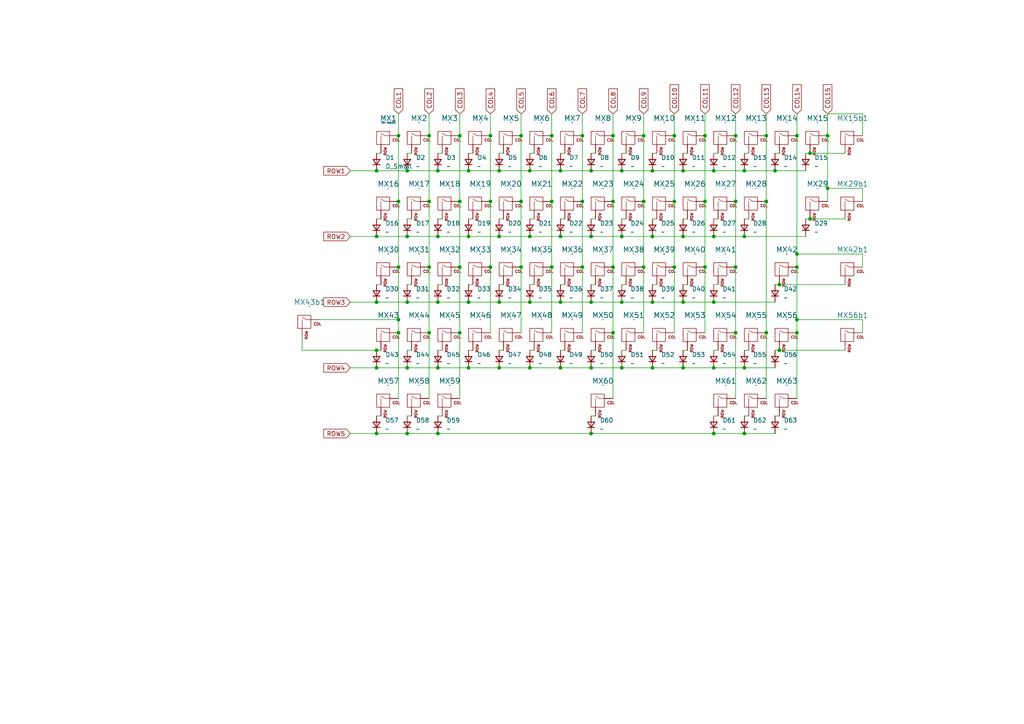
<source format=kicad_sch>
(kicad_sch (version 20211123) (generator eeschema)
  (paper "A4")
  (lib_symbols
    (symbol "Device:D_Small" (pin_numbers hide) (pin_names (offset 0.254) hide)
      (property "Reference" "D" (at -1.27 2.032 0))
      (property "Value" "D_Small" (at -3.81 -2.032 0))
      (symbol "D_Small_0_1"
        (polyline (pts (xy -0.762 -1.016) (xy -0.762 1.016)) (stroke (width 0.254)))
        (polyline (pts (xy -0.762 0) (xy 0.762 0)))
        (polyline (pts (xy 0.762 -1.016) (xy -0.762 0) (xy 0.762 1.016) (xy 0.762 -1.016)) (stroke (width 0.254)))
      )
      (symbol "D_Small_1_1"
        (pin passive line (at -2.54 0 0) (length 1.778) (name "K") (number "1"))
        (pin passive line (at 2.54 0 180) (length 1.778) (name "A") (number "2"))
      )
    )
    (symbol "MX_Alps_Hybrid:MX-NoLED" (pin_names (offset 1.016))
      (property "Reference" "MX" (at -0.635 3.81 0))
      (property "Value" "MX-NoLED" (at -0.635 1.27 0))
      (symbol "MX-NoLED_0_0"
        (rectangle (start -2.54 2.54) (end 1.27 -1.27))
        (polyline (pts (xy -1.27 -1.27) (xy -1.27 1.27)) (stroke (width 0.127)))
        (polyline (pts (xy 1.27 1.27) (xy 0 1.27) (xy -1.27 1.905)) (stroke (width 0.127)))
        (text "COL" (at 3.175 0 0) (effects (font (size 0.762 0.762))))
        (text "ROW" (at 0 -1.905 900) (effects (font (size 0.762 0.762)) (justify right)))
      )
      (symbol "MX-NoLED_1_1"
        (pin passive line (at 3.81 1.27 180) (length 2.54) (name "COL") (number "1"))
        (pin passive line (at -1.27 -3.81 90) (length 2.54) (name "ROW") (number "2"))
      )
    )
  )
  (junction (at 124.46 77.47))
  (junction (at 171.45 49.53))
  (junction (at 198.12 87.63))
  (junction (at 153.67 106.68))
  (junction (at 213.36 39.37))
  (junction (at 213.36 96.52))
  (junction (at 142.24 39.37))
  (junction (at 171.45 68.58))
  (junction (at 231.14 96.52))
  (junction (at 213.36 58.42))
  (junction (at 195.58 58.42))
  (junction (at 144.78 49.53))
  (junction (at 162.56 68.58))
  (junction (at 127 68.58))
  (junction (at 135.89 87.63))
  (junction (at 180.34 106.68))
  (junction (at 115.57 96.52))
  (junction (at 124.46 96.52))
  (junction (at 198.12 106.68))
  (junction (at 186.69 39.37))
  (junction (at 144.78 68.58))
  (junction (at 115.57 58.42))
  (junction (at 153.67 68.58))
  (junction (at 115.57 77.47))
  (junction (at 207.01 106.68))
  (junction (at 231.14 39.37))
  (junction (at 109.22 101.6))
  (junction (at 189.23 49.53))
  (junction (at 144.78 87.63))
  (junction (at 171.45 87.63))
  (junction (at 231.14 77.47))
  (junction (at 224.79 49.53))
  (junction (at 133.35 96.52))
  (junction (at 198.12 68.58))
  (junction (at 127 125.73))
  (junction (at 124.46 58.42))
  (junction (at 215.9 125.73))
  (junction (at 133.35 77.47))
  (junction (at 180.34 87.63))
  (junction (at 189.23 68.58))
  (junction (at 109.22 106.68))
  (junction (at 222.25 58.42))
  (junction (at 109.22 68.58))
  (junction (at 162.56 106.68))
  (junction (at 127 106.68))
  (junction (at 222.25 96.52))
  (junction (at 115.57 92.71))
  (junction (at 135.89 49.53))
  (junction (at 240.03 54.61))
  (junction (at 118.11 49.53))
  (junction (at 160.02 58.42))
  (junction (at 162.56 49.53))
  (junction (at 160.02 77.47))
  (junction (at 177.8 77.47))
  (junction (at 109.22 125.73))
  (junction (at 207.01 87.63))
  (junction (at 189.23 106.68))
  (junction (at 135.89 106.68))
  (junction (at 127 87.63))
  (junction (at 226.06 101.6))
  (junction (at 135.89 68.58))
  (junction (at 118.11 106.68))
  (junction (at 115.57 39.37))
  (junction (at 204.47 39.37))
  (junction (at 207.01 68.58))
  (junction (at 213.36 77.47))
  (junction (at 168.91 77.47))
  (junction (at 186.69 58.42))
  (junction (at 207.01 49.53))
  (junction (at 180.34 49.53))
  (junction (at 109.22 49.53))
  (junction (at 177.8 39.37))
  (junction (at 153.67 49.53))
  (junction (at 180.34 68.58))
  (junction (at 234.95 44.45))
  (junction (at 127 49.53))
  (junction (at 153.67 87.63))
  (junction (at 168.91 58.42))
  (junction (at 215.9 106.68))
  (junction (at 160.02 39.37))
  (junction (at 204.47 77.47))
  (junction (at 189.23 87.63))
  (junction (at 151.13 58.42))
  (junction (at 144.78 106.68))
  (junction (at 118.11 87.63))
  (junction (at 151.13 39.37))
  (junction (at 207.01 125.73))
  (junction (at 177.8 96.52))
  (junction (at 142.24 77.47))
  (junction (at 204.47 58.42))
  (junction (at 133.35 58.42))
  (junction (at 226.06 82.55))
  (junction (at 215.9 68.58))
  (junction (at 118.11 125.73))
  (junction (at 118.11 68.58))
  (junction (at 215.9 49.53))
  (junction (at 168.91 39.37))
  (junction (at 177.8 58.42))
  (junction (at 222.25 39.37))
  (junction (at 171.45 106.68))
  (junction (at 231.14 92.71))
  (junction (at 151.13 77.47))
  (junction (at 142.24 58.42))
  (junction (at 195.58 39.37))
  (junction (at 186.69 77.47))
  (junction (at 124.46 39.37))
  (junction (at 162.56 87.63))
  (junction (at 240.03 39.37))
  (junction (at 234.95 63.5))
  (junction (at 195.58 77.47))
  (junction (at 133.35 39.37))
  (junction (at 109.22 87.63))
  (junction (at 231.14 73.66))
  (junction (at 171.45 125.73))
  (junction (at 198.12 49.53))
  (wire (pts (xy 171.45 87.63) (xy 180.34 87.63)))
  (wire (pts (xy 144.78 101.6) (xy 146.05 101.6)))
  (wire (pts (xy 231.14 73.66) (xy 231.14 77.47)))
  (wire (pts (xy 109.22 106.68) (xy 118.11 106.68)))
  (wire (pts (xy 186.69 77.47) (xy 186.69 96.52)))
  (wire (pts (xy 177.8 39.37) (xy 177.8 58.42)))
  (wire (pts (xy 207.01 120.65) (xy 208.28 120.65)))
  (wire (pts (xy 204.47 77.47) (xy 204.47 96.52)))
  (wire (pts (xy 135.89 63.5) (xy 137.16 63.5)))
  (wire (pts (xy 162.56 44.45) (xy 163.83 44.45)))
  (wire (pts (xy 171.45 44.45) (xy 172.72 44.45)))
  (wire (pts (xy 124.46 96.52) (xy 124.46 115.57)))
  (wire (pts (xy 177.8 33.02) (xy 177.8 39.37)))
  (wire (pts (xy 135.89 68.58) (xy 144.78 68.58)))
  (wire (pts (xy 186.69 33.02) (xy 186.69 39.37)))
  (wire (pts (xy 124.46 77.47) (xy 124.46 96.52)))
  (wire (pts (xy 171.45 101.6) (xy 172.72 101.6)))
  (wire (pts (xy 213.36 33.02) (xy 213.36 39.37)))
  (wire (pts (xy 207.01 68.58) (xy 215.9 68.58)))
  (wire (pts (xy 168.91 39.37) (xy 168.91 58.42)))
  (wire (pts (xy 224.79 49.53) (xy 233.68 49.53)))
  (wire (pts (xy 224.79 120.65) (xy 226.06 120.65)))
  (wire (pts (xy 109.22 125.73) (xy 118.11 125.73)))
  (wire (pts (xy 127 120.65) (xy 128.27 120.65)))
  (wire (pts (xy 189.23 87.63) (xy 198.12 87.63)))
  (wire (pts (xy 160.02 77.47) (xy 160.02 96.52)))
  (wire (pts (xy 198.12 87.63) (xy 207.01 87.63)))
  (wire (pts (xy 133.35 77.47) (xy 133.35 96.52)))
  (wire (pts (xy 118.11 44.45) (xy 119.38 44.45)))
  (wire (pts (xy 177.8 58.42) (xy 177.8 77.47)))
  (wire (pts (xy 189.23 63.5) (xy 190.5 63.5)))
  (wire (pts (xy 198.12 63.5) (xy 199.39 63.5)))
  (wire (pts (xy 171.45 82.55) (xy 172.72 82.55)))
  (wire (pts (xy 127 101.6) (xy 128.27 101.6)))
  (wire (pts (xy 118.11 120.65) (xy 119.38 120.65)))
  (wire (pts (xy 222.25 39.37) (xy 222.25 58.42)))
  (wire (pts (xy 142.24 58.42) (xy 142.24 77.47)))
  (wire (pts (xy 180.34 63.5) (xy 181.61 63.5)))
  (wire (pts (xy 189.23 49.53) (xy 198.12 49.53)))
  (wire (pts (xy 224.79 44.45) (xy 226.06 44.45)))
  (wire (pts (xy 101.6 49.53) (xy 109.22 49.53)))
  (wire (pts (xy 162.56 63.5) (xy 163.83 63.5)))
  (wire (pts (xy 144.78 87.63) (xy 153.67 87.63)))
  (wire (pts (xy 115.57 58.42) (xy 115.57 77.47)))
  (wire (pts (xy 189.23 82.55) (xy 190.5 82.55)))
  (wire (pts (xy 115.57 92.71) (xy 115.57 96.52)))
  (wire (pts (xy 189.23 106.68) (xy 198.12 106.68)))
  (wire (pts (xy 153.67 106.68) (xy 162.56 106.68)))
  (wire (pts (xy 127 68.58) (xy 135.89 68.58)))
  (wire (pts (xy 109.22 49.53) (xy 118.11 49.53)))
  (wire (pts (xy 135.89 101.6) (xy 137.16 101.6)))
  (wire (pts (xy 234.95 63.5) (xy 245.11 63.5)))
  (wire (pts (xy 124.46 58.42) (xy 124.46 77.47)))
  (wire (pts (xy 215.9 101.6) (xy 217.17 101.6)))
  (wire (pts (xy 151.13 33.02) (xy 151.13 39.37)))
  (wire (pts (xy 224.79 101.6) (xy 226.06 101.6)))
  (wire (pts (xy 215.9 44.45) (xy 217.17 44.45)))
  (wire (pts (xy 207.01 49.53) (xy 215.9 49.53)))
  (wire (pts (xy 153.67 68.58) (xy 162.56 68.58)))
  (wire (pts (xy 101.6 106.68) (xy 109.22 106.68)))
  (wire (pts (xy 118.11 63.5) (xy 119.38 63.5)))
  (wire (pts (xy 189.23 44.45) (xy 190.5 44.45)))
  (wire (pts (xy 177.8 77.47) (xy 177.8 96.52)))
  (wire (pts (xy 231.14 77.47) (xy 231.14 92.71)))
  (wire (pts (xy 127 125.73) (xy 171.45 125.73)))
  (wire (pts (xy 215.9 125.73) (xy 224.79 125.73)))
  (wire (pts (xy 151.13 77.47) (xy 151.13 96.52)))
  (wire (pts (xy 231.14 96.52) (xy 231.14 115.57)))
  (wire (pts (xy 198.12 82.55) (xy 199.39 82.55)))
  (wire (pts (xy 207.01 82.55) (xy 208.28 82.55)))
  (wire (pts (xy 207.01 106.68) (xy 215.9 106.68)))
  (wire (pts (xy 162.56 106.68) (xy 171.45 106.68)))
  (wire (pts (xy 118.11 125.73) (xy 127 125.73)))
  (wire (pts (xy 231.14 92.71) (xy 231.14 96.52)))
  (wire (pts (xy 162.56 68.58) (xy 171.45 68.58)))
  (wire (pts (xy 127 106.68) (xy 135.89 106.68)))
  (wire (pts (xy 240.03 39.37) (xy 240.03 54.61)))
  (wire (pts (xy 115.57 96.52) (xy 115.57 115.57)))
  (wire (pts (xy 234.95 44.45) (xy 245.11 44.45)))
  (wire (pts (xy 171.45 68.58) (xy 180.34 68.58)))
  (wire (pts (xy 231.14 33.02) (xy 231.14 39.37)))
  (wire (pts (xy 135.89 87.63) (xy 144.78 87.63)))
  (wire (pts (xy 101.6 87.63) (xy 109.22 87.63)))
  (wire (pts (xy 171.45 63.5) (xy 172.72 63.5)))
  (wire (pts (xy 92.71 92.71) (xy 115.57 92.71)))
  (wire (pts (xy 118.11 101.6) (xy 119.38 101.6)))
  (wire (pts (xy 162.56 82.55) (xy 163.83 82.55)))
  (wire (pts (xy 153.67 63.5) (xy 154.94 63.5)))
  (wire (pts (xy 171.45 106.68) (xy 180.34 106.68)))
  (wire (pts (xy 162.56 101.6) (xy 163.83 101.6)))
  (wire (pts (xy 213.36 58.42) (xy 213.36 77.47)))
  (wire (pts (xy 215.9 120.65) (xy 217.17 120.65)))
  (wire (pts (xy 144.78 106.68) (xy 153.67 106.68)))
  (wire (pts (xy 127 87.63) (xy 135.89 87.63)))
  (wire (pts (xy 250.19 39.37) (xy 250.19 33.02)))
  (wire (pts (xy 207.01 44.45) (xy 208.28 44.45)))
  (wire (pts (xy 215.9 68.58) (xy 233.68 68.58)))
  (wire (pts (xy 204.47 58.42) (xy 204.47 77.47)))
  (wire (pts (xy 233.68 63.5) (xy 234.95 63.5)))
  (wire (pts (xy 177.8 96.52) (xy 177.8 115.57)))
  (wire (pts (xy 118.11 68.58) (xy 127 68.58)))
  (wire (pts (xy 127 63.5) (xy 128.27 63.5)))
  (wire (pts (xy 144.78 82.55) (xy 146.05 82.55)))
  (wire (pts (xy 168.91 58.42) (xy 168.91 77.47)))
  (wire (pts (xy 133.35 96.52) (xy 133.35 115.57)))
  (wire (pts (xy 115.57 33.02) (xy 115.57 39.37)))
  (wire (pts (xy 198.12 106.68) (xy 207.01 106.68)))
  (wire (pts (xy 162.56 49.53) (xy 171.45 49.53)))
  (wire (pts (xy 186.69 58.42) (xy 186.69 77.47)))
  (wire (pts (xy 168.91 77.47) (xy 168.91 96.52)))
  (wire (pts (xy 215.9 63.5) (xy 217.17 63.5)))
  (wire (pts (xy 133.35 39.37) (xy 133.35 58.42)))
  (wire (pts (xy 250.19 33.02) (xy 240.03 33.02)))
  (wire (pts (xy 233.68 44.45) (xy 234.95 44.45)))
  (wire (pts (xy 144.78 44.45) (xy 146.05 44.45)))
  (wire (pts (xy 168.91 33.02) (xy 168.91 39.37)))
  (wire (pts (xy 180.34 101.6) (xy 181.61 101.6)))
  (wire (pts (xy 133.35 33.02) (xy 133.35 39.37)))
  (wire (pts (xy 109.22 68.58) (xy 118.11 68.58)))
  (wire (pts (xy 151.13 58.42) (xy 151.13 77.47)))
  (wire (pts (xy 109.22 101.6) (xy 110.49 101.6)))
  (wire (pts (xy 153.67 101.6) (xy 154.94 101.6)))
  (wire (pts (xy 101.6 68.58) (xy 109.22 68.58)))
  (wire (pts (xy 135.89 44.45) (xy 137.16 44.45)))
  (wire (pts (xy 127 44.45) (xy 128.27 44.45)))
  (wire (pts (xy 171.45 49.53) (xy 180.34 49.53)))
  (wire (pts (xy 133.35 58.42) (xy 133.35 77.47)))
  (wire (pts (xy 207.01 87.63) (xy 224.79 87.63)))
  (wire (pts (xy 109.22 63.5) (xy 110.49 63.5)))
  (wire (pts (xy 101.6 125.73) (xy 109.22 125.73)))
  (wire (pts (xy 135.89 49.53) (xy 144.78 49.53)))
  (wire (pts (xy 153.67 82.55) (xy 154.94 82.55)))
  (wire (pts (xy 135.89 106.68) (xy 144.78 106.68)))
  (wire (pts (xy 250.19 96.52) (xy 250.19 92.71)))
  (wire (pts (xy 144.78 68.58) (xy 153.67 68.58)))
  (wire (pts (xy 207.01 125.73) (xy 215.9 125.73)))
  (wire (pts (xy 153.67 87.63) (xy 162.56 87.63)))
  (wire (pts (xy 127 49.53) (xy 135.89 49.53)))
  (wire (pts (xy 118.11 87.63) (xy 127 87.63)))
  (wire (pts (xy 160.02 33.02) (xy 160.02 39.37)))
  (wire (pts (xy 198.12 49.53) (xy 207.01 49.53)))
  (wire (pts (xy 109.22 44.45) (xy 110.49 44.45)))
  (wire (pts (xy 215.9 106.68) (xy 224.79 106.68)))
  (wire (pts (xy 231.14 73.66) (xy 250.19 73.66)))
  (wire (pts (xy 250.19 58.42) (xy 250.19 54.61)))
  (wire (pts (xy 231.14 39.37) (xy 231.14 73.66)))
  (wire (pts (xy 180.34 68.58) (xy 189.23 68.58)))
  (wire (pts (xy 198.12 44.45) (xy 199.39 44.45)))
  (wire (pts (xy 115.57 39.37) (xy 115.57 58.42)))
  (wire (pts (xy 213.36 39.37) (xy 213.36 58.42)))
  (wire (pts (xy 109.22 87.63) (xy 118.11 87.63)))
  (wire (pts (xy 207.01 63.5) (xy 208.28 63.5)))
  (wire (pts (xy 240.03 33.02) (xy 240.03 39.37)))
  (wire (pts (xy 198.12 68.58) (xy 207.01 68.58)))
  (wire (pts (xy 180.34 106.68) (xy 189.23 106.68)))
  (wire (pts (xy 222.25 33.02) (xy 222.25 39.37)))
  (wire (pts (xy 226.06 101.6) (xy 245.11 101.6)))
  (wire (pts (xy 87.63 97.79) (xy 87.63 101.6)))
  (wire (pts (xy 180.34 82.55) (xy 181.61 82.55)))
  (wire (pts (xy 250.19 92.71) (xy 231.14 92.71)))
  (wire (pts (xy 180.34 49.53) (xy 189.23 49.53)))
  (wire (pts (xy 198.12 101.6) (xy 199.39 101.6)))
  (wire (pts (xy 144.78 49.53) (xy 153.67 49.53)))
  (wire (pts (xy 207.01 101.6) (xy 208.28 101.6)))
  (wire (pts (xy 180.34 44.45) (xy 181.61 44.45)))
  (wire (pts (xy 222.25 58.42) (xy 222.25 96.52)))
  (wire (pts (xy 171.45 120.65) (xy 172.72 120.65)))
  (wire (pts (xy 171.45 125.73) (xy 207.01 125.73)))
  (wire (pts (xy 142.24 33.02) (xy 142.24 39.37)))
  (wire (pts (xy 144.78 63.5) (xy 146.05 63.5)))
  (wire (pts (xy 115.57 77.47) (xy 115.57 92.71)))
  (wire (pts (xy 142.24 77.47) (xy 142.24 96.52)))
  (wire (pts (xy 240.03 54.61) (xy 250.19 54.61)))
  (wire (pts (xy 135.89 82.55) (xy 137.16 82.55)))
  (wire (pts (xy 226.06 82.55) (xy 245.11 82.55)))
  (wire (pts (xy 124.46 33.02) (xy 124.46 39.37)))
  (wire (pts (xy 160.02 39.37) (xy 160.02 58.42)))
  (wire (pts (xy 118.11 49.53) (xy 127 49.53)))
  (wire (pts (xy 109.22 82.55) (xy 110.49 82.55)))
  (wire (pts (xy 213.36 77.47) (xy 213.36 96.52)))
  (wire (pts (xy 240.03 54.61) (xy 240.03 58.42)))
  (wire (pts (xy 204.47 39.37) (xy 204.47 58.42)))
  (wire (pts (xy 250.19 73.66) (xy 250.19 77.47)))
  (wire (pts (xy 124.46 39.37) (xy 124.46 58.42)))
  (wire (pts (xy 195.58 58.42) (xy 195.58 77.47)))
  (wire (pts (xy 215.9 49.53) (xy 224.79 49.53)))
  (wire (pts (xy 153.67 49.53) (xy 162.56 49.53)))
  (wire (pts (xy 118.11 82.55) (xy 119.38 82.55)))
  (wire (pts (xy 204.47 33.02) (xy 204.47 39.37)))
  (wire (pts (xy 160.02 58.42) (xy 160.02 77.47)))
  (wire (pts (xy 87.63 101.6) (xy 109.22 101.6)))
  (wire (pts (xy 189.23 68.58) (xy 198.12 68.58)))
  (wire (pts (xy 109.22 120.65) (xy 110.49 120.65)))
  (wire (pts (xy 151.13 39.37) (xy 151.13 58.42)))
  (wire (pts (xy 162.56 87.63) (xy 171.45 87.63)))
  (wire (pts (xy 224.79 82.55) (xy 226.06 82.55)))
  (wire (pts (xy 142.24 39.37) (xy 142.24 58.42)))
  (wire (pts (xy 180.34 87.63) (xy 189.23 87.63)))
  (wire (pts (xy 189.23 101.6) (xy 190.5 101.6)))
  (wire (pts (xy 153.67 44.45) (xy 154.94 44.45)))
  (wire (pts (xy 213.36 96.52) (xy 213.36 115.57)))
  (wire (pts (xy 118.11 106.68) (xy 127 106.68)))
  (wire (pts (xy 186.69 39.37) (xy 186.69 58.42)))
  (wire (pts (xy 195.58 33.02) (xy 195.58 39.37)))
  (wire (pts (xy 195.58 39.37) (xy 195.58 58.42)))
  (wire (pts (xy 127 82.55) (xy 128.27 82.55)))
  (wire (pts (xy 222.25 96.52) (xy 222.25 115.57)))
  (wire (pts (xy 195.58 77.47) (xy 195.58 96.52)))
  (global_label "COL10" (shape input) (at 195.58 33.02 90) (property "Intersheet References" "${INTERSHEET_REFS}" (effects hide)))
  (global_label "COL8" (shape input) (at 177.8 33.02 90) (property "Intersheet References" "${INTERSHEET_REFS}" (effects hide)))
  (global_label "COL4" (shape input) (at 142.24 33.02 90) (property "Intersheet References" "${INTERSHEET_REFS}" (effects hide)))
  (global_label "COL3" (shape input) (at 133.35 33.02 90) (property "Intersheet References" "${INTERSHEET_REFS}" (effects hide)))
  (global_label "COL14" (shape input) (at 231.14 33.02 90) (property "Intersheet References" "${INTERSHEET_REFS}" (effects hide)))
  (global_label "COL5" (shape input) (at 151.13 33.02 90) (property "Intersheet References" "${INTERSHEET_REFS}" (effects hide)))
  (global_label "COL12" (shape input) (at 213.36 33.02 90) (property "Intersheet References" "${INTERSHEET_REFS}" (effects hide)))
  (global_label "ROW5" (shape input) (at 101.6 125.73 180) (property "Intersheet References" "${INTERSHEET_REFS}" (effects hide)))
  (global_label "COL11" (shape input) (at 204.47 33.02 90) (property "Intersheet References" "${INTERSHEET_REFS}" (effects hide)))
  (global_label "COL7" (shape input) (at 168.91 33.02 90) (property "Intersheet References" "${INTERSHEET_REFS}" (effects hide)))
  (global_label "ROW4" (shape input) (at 101.6 106.68 180) (property "Intersheet References" "${INTERSHEET_REFS}" (effects hide)))
  (global_label "COL9" (shape input) (at 186.69 33.02 90) (property "Intersheet References" "${INTERSHEET_REFS}" (effects hide)))
  (global_label "COL2" (shape input) (at 124.46 33.02 90) (property "Intersheet References" "${INTERSHEET_REFS}" (effects hide)))
  (global_label "COL13" (shape input) (at 222.25 33.02 90) (property "Intersheet References" "${INTERSHEET_REFS}" (effects hide)))
  (global_label "COL6" (shape input) (at 160.02 33.02 90) (property "Intersheet References" "${INTERSHEET_REFS}" (effects hide)))
  (global_label "ROW1" (shape input) (at 101.6 49.53 180) (property "Intersheet References" "${INTERSHEET_REFS}" (effects hide)))
  (global_label "COL1" (shape input) (at 115.57 33.02 90) (property "Intersheet References" "${INTERSHEET_REFS}" (effects hide)))
  (global_label "ROW2" (shape input) (at 101.6 68.58 180) (property "Intersheet References" "${INTERSHEET_REFS}" (effects hide)))
  (global_label "COL15" (shape input) (at 240.03 33.02 90) (property "Intersheet References" "${INTERSHEET_REFS}" (effects hide)))
  (global_label "ROW3" (shape input) (at 101.6 87.63 180) (property "Intersheet References" "${INTERSHEET_REFS}" (effects hide)))
  (symbol (lib_id "MX_Alps_Hybrid:MX-NoLED") (at 200.66 97.79 0) (unit 1)
    (property "Reference" "MX53" (at 201.5456 91.44 0) (effects (font (size 1.524 1.524))))
    (property "Value" "~" (at 201.5456 92.71 0) (effects (font (size 0.508 0.508))))
    (property "Footprint" "lck-parts:mx_1u" (effects hide))
  )
  (symbol (lib_id "MX_Alps_Hybrid:MX-NoLED") (at 120.65 59.69 0) (unit 1)
    (property "Reference" "MX17" (at 121.5356 53.34 0) (effects (font (size 1.524 1.524))))
    (property "Value" "~" (at 121.5356 54.61 0) (effects (font (size 0.508 0.508))))
    (property "Footprint" "lck-parts:mx_1u" (effects hide))
  )
  (symbol (lib_id "Device:D_Small") (at 189.23 104.14 90) (unit 1)
    (property "Reference" "D52" (at 191.77 102.8699 90) (effects (justify right)))
    (property "Value" "~" (at 191.77 105.4099 90) (effects (justify right)))
    (property "Footprint" "Diode_SMD:D_SOD-123F" (effects hide))
  )
  (symbol (lib_id "Device:D_Small") (at 215.9 104.14 90) (unit 1)
    (property "Reference" "D55" (at 218.44 102.8699 90) (effects (justify right)))
    (property "Value" "~" (at 218.44 105.4099 90) (effects (justify right)))
    (property "Footprint" "Diode_SMD:D_SOD-123F" (effects hide))
  )
  (symbol (lib_id "Device:D_Small") (at 198.12 46.99 90) (unit 1)
    (property "Reference" "D11" (at 200.66 45.7199 90) (effects (justify right)))
    (property "Value" "~" (at 200.66 48.2599 90) (effects (justify right)))
    (property "Footprint" "Diode_SMD:D_SOD-123F" (effects hide))
  )
  (symbol (lib_id "MX_Alps_Hybrid:MX-NoLED") (at 156.21 59.69 0) (unit 1)
    (property "Reference" "MX21" (at 157.0956 53.34 0) (effects (font (size 1.524 1.524))))
    (property "Value" "~" (at 157.0956 54.61 0) (effects (font (size 0.508 0.508))))
    (property "Footprint" "lck-parts:mx_1u" (effects hide))
  )
  (symbol (lib_id "MX_Alps_Hybrid:MX-NoLED") (at 147.32 59.69 0) (unit 1)
    (property "Reference" "MX20" (at 148.2056 53.34 0) (effects (font (size 1.524 1.524))))
    (property "Value" "~" (at 148.2056 54.61 0) (effects (font (size 0.508 0.508))))
    (property "Footprint" "lck-parts:mx_1u" (effects hide))
  )
  (symbol (lib_id "MX_Alps_Hybrid:MX-NoLED") (at 165.1 59.69 0) (unit 1)
    (property "Reference" "MX22" (at 165.9856 53.34 0) (effects (font (size 1.524 1.524))))
    (property "Value" "~" (at 165.9856 54.61 0) (effects (font (size 0.508 0.508))))
    (property "Footprint" "lck-parts:mx_1u" (effects hide))
  )
  (symbol (lib_id "Device:D_Small") (at 118.11 46.99 90) (unit 1)
    (property "Reference" "D2" (at 120.65 45.7199 90) (effects (justify right)))
    (property "Value" "~" (at 120.65 48.2599 90) (effects (justify right)))
    (property "Footprint" "Diode_SMD:D_SOD-123F" (effects hide))
  )
  (symbol (lib_id "MX_Alps_Hybrid:MX-NoLED") (at 156.21 97.79 0) (unit 1)
    (property "Reference" "MX48" (at 157.0956 91.44 0) (effects (font (size 1.524 1.524))))
    (property "Value" "~" (at 157.0956 92.71 0) (effects (font (size 0.508 0.508))))
    (property "Footprint" "lck-parts:mx_1u" (effects hide))
  )
  (symbol (lib_id "MX_Alps_Hybrid:MX-NoLED") (at 173.99 78.74 0) (unit 1)
    (property "Reference" "MX37" (at 174.8756 72.39 0) (effects (font (size 1.524 1.524))))
    (property "Value" "~" (at 174.8756 73.66 0) (effects (font (size 0.508 0.508))))
    (property "Footprint" "lck-parts:mx_1u" (effects hide))
  )
  (symbol (lib_id "Device:D_Small") (at 198.12 66.04 90) (unit 1)
    (property "Reference" "D26" (at 200.66 64.7699 90) (effects (justify right)))
    (property "Value" "~" (at 200.66 67.3099 90) (effects (justify right)))
    (property "Footprint" "Diode_SMD:D_SOD-123F" (effects hide))
  )
  (symbol (lib_id "MX_Alps_Hybrid:MX-NoLED") (at 246.38 59.69 0) (unit 1)
    (property "Reference" "MX29b1" (at 247.2656 53.34 0) (effects (font (size 1.524 1.524))))
    (property "Value" "~" (at 247.2656 54.61 0) (effects (font (size 0.508 0.508))))
    (property "Footprint" "lck-parts:mx_15u" (effects hide))
  )
  (symbol (lib_id "Device:D_Small") (at 153.67 85.09 90) (unit 1)
    (property "Reference" "D35" (at 156.21 83.8199 90) (effects (justify right)))
    (property "Value" "~" (at 156.21 86.3599 90) (effects (justify right)))
    (property "Footprint" "Diode_SMD:D_SOD-123F" (effects hide))
  )
  (symbol (lib_id "Device:D_Small") (at 180.34 85.09 90) (unit 1)
    (property "Reference" "D38" (at 182.88 83.8199 90) (effects (justify right)))
    (property "Value" "~" (at 182.88 86.3599 90) (effects (justify right)))
    (property "Footprint" "Diode_SMD:D_SOD-123F" (effects hide))
  )
  (symbol (lib_id "MX_Alps_Hybrid:MX-NoLED") (at 156.21 78.74 0) (unit 1)
    (property "Reference" "MX35" (at 157.0956 72.39 0) (effects (font (size 1.524 1.524))))
    (property "Value" "~" (at 157.0956 73.66 0) (effects (font (size 0.508 0.508))))
    (property "Footprint" "lck-parts:mx_1u" (effects hide))
  )
  (symbol (lib_id "Device:D_Small") (at 207.01 66.04 90) (unit 1)
    (property "Reference" "D27" (at 209.55 64.7699 90) (effects (justify right)))
    (property "Value" "~" (at 209.55 67.3099 90) (effects (justify right)))
    (property "Footprint" "Diode_SMD:D_SOD-123F" (effects hide))
  )
  (symbol (lib_id "Device:D_Small") (at 162.56 66.04 90) (unit 1)
    (property "Reference" "D22" (at 165.1 64.7699 90) (effects (justify right)))
    (property "Value" "~" (at 165.1 67.3099 90) (effects (justify right)))
    (property "Footprint" "Diode_SMD:D_SOD-123F" (effects hide))
  )
  (symbol (lib_id "Device:D_Small") (at 189.23 85.09 90) (unit 1)
    (property "Reference" "D39" (at 191.77 83.8199 90) (effects (justify right)))
    (property "Value" "~" (at 191.77 86.3599 90) (effects (justify right)))
    (property "Footprint" "Diode_SMD:D_SOD-123F" (effects hide))
  )
  (symbol (lib_id "Device:D_Small") (at 180.34 66.04 90) (unit 1)
    (property "Reference" "D24" (at 182.88 64.7699 90) (effects (justify right)))
    (property "Value" "~" (at 182.88 67.3099 90) (effects (justify right)))
    (property "Footprint" "Diode_SMD:D_SOD-123F" (effects hide))
  )
  (symbol (lib_id "Device:D_Small") (at 118.11 104.14 90) (unit 1)
    (property "Reference" "D44" (at 120.65 102.8699 90) (effects (justify right)))
    (property "Value" "~" (at 120.65 105.4099 90) (effects (justify right)))
    (property "Footprint" "Diode_SMD:D_SOD-123F" (effects hide))
  )
  (symbol (lib_id "MX_Alps_Hybrid:MX-NoLED") (at 236.22 40.64 0) (unit 1)
    (property "Reference" "MX15" (at 237.1056 34.29 0) (effects (font (size 1.524 1.524))))
    (property "Value" "~" (at 237.1056 35.56 0) (effects (font (size 0.508 0.508))))
    (property "Footprint" "lck-parts:mx_1u" (effects hide))
  )
  (symbol (lib_id "MX_Alps_Hybrid:MX-NoLED") (at 111.76 40.64 0) (unit 1)
    (property "Reference" "MX1" (at 112.6456 34.29 0) (effects (font (size 1.524 1.524))))
    (property "Value" "MX-NoLED" (at 112.6456 35.56 0) (effects (font (size 0.508 0.508))))
    (property "Footprint" "lck-parts:mx_1u" (effects hide))
  )
  (symbol (lib_id "MX_Alps_Hybrid:MX-NoLED") (at 246.38 40.64 0) (unit 1)
    (property "Reference" "MX15b1" (at 247.2656 34.29 0) (effects (font (size 1.524 1.524))))
    (property "Value" "~" (at 247.2656 35.56 0) (effects (font (size 0.508 0.508))))
    (property "Footprint" "lck-parts:mx_2u" (effects hide))
  )
  (symbol (lib_id "Device:D_Small") (at 207.01 46.99 90) (unit 1)
    (property "Reference" "D12" (at 209.55 45.7199 90) (effects (justify right)))
    (property "Value" "~" (at 209.55 48.2599 90) (effects (justify right)))
    (property "Footprint" "Diode_SMD:D_SOD-123F" (effects hide))
  )
  (symbol (lib_id "Device:D_Small") (at 215.9 46.99 90) (unit 1)
    (property "Reference" "D13" (at 218.44 45.7199 90) (effects (justify right)))
    (property "Value" "~" (at 218.44 48.2599 90) (effects (justify right)))
    (property "Footprint" "Diode_SMD:D_SOD-123F" (effects hide))
  )
  (symbol (lib_id "Device:D_Small") (at 215.9 123.19 90) (unit 1)
    (property "Reference" "D62" (at 218.44 121.9199 90) (effects (justify right)))
    (property "Value" "~" (at 218.44 124.4599 90) (effects (justify right)))
    (property "Footprint" "Diode_SMD:D_SOD-123F" (effects hide))
  )
  (symbol (lib_id "Device:D_Small") (at 118.11 66.04 90) (unit 1)
    (property "Reference" "D17" (at 120.65 64.7699 90) (effects (justify right)))
    (property "Value" "~" (at 120.65 67.3099 90) (effects (justify right)))
    (property "Footprint" "Diode_SMD:D_SOD-123F" (effects hide))
  )
  (symbol (lib_id "Device:D_Small") (at 135.89 66.04 90) (unit 1)
    (property "Reference" "D19" (at 138.43 64.7699 90) (effects (justify right)))
    (property "Value" "~" (at 138.43 67.3099 90) (effects (justify right)))
    (property "Footprint" "Diode_SMD:D_SOD-123F" (effects hide))
  )
  (symbol (lib_id "Device:D_Small") (at 189.23 66.04 90) (unit 1)
    (property "Reference" "D25" (at 191.77 64.7699 90) (effects (justify right)))
    (property "Value" "~" (at 191.77 67.3099 90) (effects (justify right)))
    (property "Footprint" "Diode_SMD:D_SOD-123F" (effects hide))
  )
  (symbol (lib_id "Device:D_Small") (at 127 66.04 90) (unit 1)
    (property "Reference" "D18" (at 129.54 64.7699 90) (effects (justify right)))
    (property "Value" "~" (at 129.54 67.3099 90) (effects (justify right)))
    (property "Footprint" "Diode_SMD:D_SOD-123F" (effects hide))
  )
  (symbol (lib_id "MX_Alps_Hybrid:MX-NoLED") (at 227.33 78.74 0) (unit 1)
    (property "Reference" "MX42" (at 228.2156 72.39 0) (effects (font (size 1.524 1.524))))
    (property "Value" "~" (at 228.2156 73.66 0) (effects (font (size 0.508 0.508))))
    (property "Footprint" "lck-parts:mx_1u" (effects hide))
  )
  (symbol (lib_id "MX_Alps_Hybrid:MX-NoLED") (at 147.32 78.74 0) (unit 1)
    (property "Reference" "MX34" (at 148.2056 72.39 0) (effects (font (size 1.524 1.524))))
    (property "Value" "~" (at 148.2056 73.66 0) (effects (font (size 0.508 0.508))))
    (property "Footprint" "lck-parts:mx_1u" (effects hide))
  )
  (symbol (lib_id "Device:D_Small") (at 118.11 85.09 90) (unit 1)
    (property "Reference" "D31" (at 120.65 83.8199 90) (effects (justify right)))
    (property "Value" "~" (at 120.65 86.3599 90) (effects (justify right)))
    (property "Footprint" "Diode_SMD:D_SOD-123F" (effects hide))
  )
  (symbol (lib_id "MX_Alps_Hybrid:MX-NoLED") (at 182.88 59.69 0) (unit 1)
    (property "Reference" "MX24" (at 183.7656 53.34 0) (effects (font (size 1.524 1.524))))
    (property "Value" "~" (at 183.7656 54.61 0) (effects (font (size 0.508 0.508))))
    (property "Footprint" "lck-parts:mx_1u" (effects hide))
  )
  (symbol (lib_id "MX_Alps_Hybrid:MX-NoLED") (at 120.65 97.79 0) (unit 1)
    (property "Reference" "MX44" (at 121.5356 91.44 0) (effects (font (size 1.524 1.524))))
    (property "Value" "~" (at 121.5356 92.71 0) (effects (font (size 0.508 0.508))))
    (property "Footprint" "lck-parts:mx_1u" (effects hide))
  )
  (symbol (lib_id "MX_Alps_Hybrid:MX-NoLED") (at 111.76 97.79 0) (unit 1)
    (property "Reference" "MX43" (at 112.6456 91.44 0) (effects (font (size 1.524 1.524))))
    (property "Value" "~" (at 112.6456 92.71 0) (effects (font (size 0.508 0.508))))
    (property "Footprint" "lck-parts:mx_125u" (effects hide))
  )
  (symbol (lib_id "Device:D_Small") (at 207.01 104.14 90) (unit 1)
    (property "Reference" "D54" (at 209.55 102.8699 90) (effects (justify right)))
    (property "Value" "~" (at 209.55 105.4099 90) (effects (justify right)))
    (property "Footprint" "Diode_SMD:D_SOD-123F" (effects hide))
  )
  (symbol (lib_id "MX_Alps_Hybrid:MX-NoLED") (at 218.44 59.69 0) (unit 1)
    (property "Reference" "MX28" (at 219.3256 53.34 0) (effects (font (size 1.524 1.524))))
    (property "Value" "~" (at 219.3256 54.61 0) (effects (font (size 0.508 0.508))))
    (property "Footprint" "lck-parts:mx_1u" (effects hide))
  )
  (symbol (lib_id "Device:D_Small") (at 153.67 104.14 90) (unit 1)
    (property "Reference" "D48" (at 156.21 102.8699 90) (effects (justify right)))
    (property "Value" "~" (at 156.21 105.4099 90) (effects (justify right)))
    (property "Footprint" "Diode_SMD:D_SOD-123F" (effects hide))
  )
  (symbol (lib_id "Device:D_Small") (at 215.9 66.04 90) (unit 1)
    (property "Reference" "D28" (at 218.44 64.7699 90) (effects (justify right)))
    (property "Value" "~" (at 218.44 67.3099 90) (effects (justify right)))
    (property "Footprint" "Diode_SMD:D_SOD-123F" (effects hide))
  )
  (symbol (lib_id "Device:D_Small") (at 109.22 66.04 90) (unit 1)
    (property "Reference" "D16" (at 111.76 64.7699 90) (effects (justify right)))
    (property "Value" "~" (at 111.76 67.3099 90) (effects (justify right)))
    (property "Footprint" "Diode_SMD:D_SOD-123F" (effects hide))
  )
  (symbol (lib_id "MX_Alps_Hybrid:MX-NoLED") (at 246.38 97.79 0) (unit 1)
    (property "Reference" "MX56b1" (at 247.2656 91.44 0) (effects (font (size 1.524 1.524))))
    (property "Value" "~" (at 247.2656 92.71 0) (effects (font (size 0.508 0.508))))
    (property "Footprint" "lck-parts:mx_275u" (effects hide))
  )
  (symbol (lib_id "MX_Alps_Hybrid:MX-NoLED") (at 227.33 97.79 0) (unit 1)
    (property "Reference" "MX56" (at 228.2156 91.44 0) (effects (font (size 1.524 1.524))))
    (property "Value" "~" (at 228.2156 92.71 0) (effects (font (size 0.508 0.508))))
    (property "Footprint" "lck-parts:mx_1u" (effects hide))
  )
  (symbol (lib_id "Device:D_Small") (at 198.12 104.14 90) (unit 1)
    (property "Reference" "D53" (at 200.66 102.8699 90) (effects (justify right)))
    (property "Value" "~" (at 200.66 105.4099 90) (effects (justify right)))
    (property "Footprint" "Diode_SMD:D_SOD-123F" (effects hide))
  )
  (symbol (lib_id "MX_Alps_Hybrid:MX-NoLED") (at 129.54 116.84 0) (unit 1)
    (property "Reference" "MX59" (at 130.4256 110.49 0) (effects (font (size 1.524 1.524))))
    (property "Value" "~" (at 130.4256 111.76 0) (effects (font (size 0.508 0.508))))
    (property "Footprint" "lck-parts:mx_15u" (effects hide))
  )
  (symbol (lib_id "MX_Alps_Hybrid:MX-NoLED") (at 138.43 97.79 0) (unit 1)
    (property "Reference" "MX46" (at 139.3156 91.44 0) (effects (font (size 1.524 1.524))))
    (property "Value" "~" (at 139.3156 92.71 0) (effects (font (size 0.508 0.508))))
    (property "Footprint" "lck-parts:mx_1u" (effects hide))
  )
  (symbol (lib_id "Device:D_Small") (at 109.22 104.14 90) (unit 1)
    (property "Reference" "D43" (at 111.76 102.8699 90) (effects (justify right)))
    (property "Value" "~" (at 111.76 105.4099 90) (effects (justify right)))
    (property "Footprint" "Diode_SMD:D_SOD-123F" (effects hide))
  )
  (symbol (lib_id "MX_Alps_Hybrid:MX-NoLED") (at 165.1 97.79 0) (unit 1)
    (property "Reference" "MX49" (at 165.9856 91.44 0) (effects (font (size 1.524 1.524))))
    (property "Value" "~" (at 165.9856 92.71 0) (effects (font (size 0.508 0.508))))
    (property "Footprint" "lck-parts:mx_1u" (effects hide))
  )
  (symbol (lib_id "Device:D_Small") (at 224.79 123.19 90) (unit 1)
    (property "Reference" "D63" (at 227.33 121.9199 90) (effects (justify right)))
    (property "Value" "~" (at 227.33 124.4599 90) (effects (justify right)))
    (property "Footprint" "Diode_SMD:D_SOD-123F" (effects hide))
  )
  (symbol (lib_id "MX_Alps_Hybrid:MX-NoLED") (at 191.77 78.74 0) (unit 1)
    (property "Reference" "MX39" (at 192.6556 72.39 0) (effects (font (size 1.524 1.524))))
    (property "Value" "~" (at 192.6556 73.66 0) (effects (font (size 0.508 0.508))))
    (property "Footprint" "lck-parts:mx_1u" (effects hide))
  )
  (symbol (lib_id "Device:D_Small") (at 224.79 46.99 90) (unit 1)
    (property "Reference" "D14" (at 227.33 45.7199 90) (effects (justify right)))
    (property "Value" "~" (at 227.33 48.2599 90) (effects (justify right)))
    (property "Footprint" "Diode_SMD:D_SOD-123F" (effects hide))
  )
  (symbol (lib_id "Device:D_Small") (at 198.12 85.09 90) (unit 1)
    (property "Reference" "D40" (at 200.66 83.8199 90) (effects (justify right)))
    (property "Value" "~" (at 200.66 86.3599 90) (effects (justify right)))
    (property "Footprint" "Diode_SMD:D_SOD-123F" (effects hide))
  )
  (symbol (lib_id "MX_Alps_Hybrid:MX-NoLED") (at 88.9 93.98 0) (unit 1)
    (property "Reference" "MX43b1" (at 89.7856 87.63 0) (effects (font (size 1.524 1.524))))
    (property "Value" "~" (at 89.7856 88.9 0) (effects (font (size 0.508 0.508))))
    (property "Footprint" "lck-parts:mx_225u" (effects hide))
  )
  (symbol (lib_id "Device:D_Small") (at 109.22 46.99 90) (unit 1)
    (property "Reference" "D1" (at 111.76 45.7199 90) (effects (justify right)))
    (property "Value" "D_Small" (at 111.76 48.2599 90) (effects (justify right)))
    (property "Footprint" "Diode_SMD:D_SOD-123F" (effects hide))
  )
  (symbol (lib_id "Device:D_Small") (at 162.56 46.99 90) (unit 1)
    (property "Reference" "D7" (at 165.1 45.7199 90) (effects (justify right)))
    (property "Value" "~" (at 165.1 48.2599 90) (effects (justify right)))
    (property "Footprint" "Diode_SMD:D_SOD-123F" (effects hide))
  )
  (symbol (lib_id "MX_Alps_Hybrid:MX-NoLED") (at 156.21 40.64 0) (unit 1)
    (property "Reference" "MX6" (at 157.0956 34.29 0) (effects (font (size 1.524 1.524))))
    (property "Value" "~" (at 157.0956 35.56 0) (effects (font (size 0.508 0.508))))
    (property "Footprint" "lck-parts:mx_1u" (effects hide))
  )
  (symbol (lib_id "MX_Alps_Hybrid:MX-NoLED") (at 129.54 78.74 0) (unit 1)
    (property "Reference" "MX32" (at 130.4256 72.39 0) (effects (font (size 1.524 1.524))))
    (property "Value" "~" (at 130.4256 73.66 0) (effects (font (size 0.508 0.508))))
    (property "Footprint" "lck-parts:mx_1u" (effects hide))
  )
  (symbol (lib_id "MX_Alps_Hybrid:MX-NoLED") (at 200.66 59.69 0) (unit 1)
    (property "Reference" "MX26" (at 201.5456 53.34 0) (effects (font (size 1.524 1.524))))
    (property "Value" "~" (at 201.5456 54.61 0) (effects (font (size 0.508 0.508))))
    (property "Footprint" "lck-parts:mx_1u" (effects hide))
  )
  (symbol (lib_id "Device:D_Small") (at 127 123.19 90) (unit 1)
    (property "Reference" "D59" (at 129.54 121.9199 90) (effects (justify right)))
    (property "Value" "~" (at 129.54 124.4599 90) (effects (justify right)))
    (property "Footprint" "Diode_SMD:D_SOD-123F" (effects hide))
  )
  (symbol (lib_id "Device:D_Small") (at 162.56 104.14 90) (unit 1)
    (property "Reference" "D49" (at 165.1 102.8699 90) (effects (justify right)))
    (property "Value" "~" (at 165.1 105.4099 90) (effects (justify right)))
    (property "Footprint" "Diode_SMD:D_SOD-123F" (effects hide))
  )
  (symbol (lib_id "MX_Alps_Hybrid:MX-NoLED") (at 147.32 97.79 0) (unit 1)
    (property "Reference" "MX47" (at 148.2056 91.44 0) (effects (font (size 1.524 1.524))))
    (property "Value" "~" (at 148.2056 92.71 0) (effects (font (size 0.508 0.508))))
    (property "Footprint" "lck-parts:mx_1u" (effects hide))
  )
  (symbol (lib_id "MX_Alps_Hybrid:MX-NoLED") (at 218.44 116.84 0) (unit 1)
    (property "Reference" "MX62" (at 219.3256 110.49 0) (effects (font (size 1.524 1.524))))
    (property "Value" "~" (at 219.3256 111.76 0) (effects (font (size 0.508 0.508))))
    (property "Footprint" "lck-parts:mx_1u" (effects hide))
  )
  (symbol (lib_id "MX_Alps_Hybrid:MX-NoLED") (at 129.54 40.64 0) (unit 1)
    (property "Reference" "MX3" (at 130.4256 34.29 0) (effects (font (size 1.524 1.524))))
    (property "Value" "~" (at 130.4256 35.56 0) (effects (font (size 0.508 0.508))))
    (property "Footprint" "lck-parts:mx_1u" (effects hide))
  )
  (symbol (lib_id "MX_Alps_Hybrid:MX-NoLED") (at 236.22 59.69 0) (unit 1)
    (property "Reference" "MX29" (at 237.1056 53.34 0) (effects (font (size 1.524 1.524))))
    (property "Value" "~" (at 237.1056 54.61 0) (effects (font (size 0.508 0.508))))
    (property "Footprint" "lck-parts:mx_iso" (effects hide))
  )
  (symbol (lib_id "Device:D_Small") (at 207.01 85.09 90) (unit 1)
    (property "Reference" "D41" (at 209.55 83.8199 90) (effects (justify right)))
    (property "Value" "~" (at 209.55 86.3599 90) (effects (justify right)))
    (property "Footprint" "Diode_SMD:D_SOD-123F" (effects hide))
  )
  (symbol (lib_id "MX_Alps_Hybrid:MX-NoLED") (at 218.44 40.64 0) (unit 1)
    (property "Reference" "MX13" (at 219.3256 34.29 0) (effects (font (size 1.524 1.524))))
    (property "Value" "~" (at 219.3256 35.56 0) (effects (font (size 0.508 0.508))))
    (property "Footprint" "lck-parts:mx_1u" (effects hide))
  )
  (symbol (lib_id "Device:D_Small") (at 180.34 46.99 90) (unit 1)
    (property "Reference" "D9" (at 182.88 45.7199 90) (effects (justify right)))
    (property "Value" "~" (at 182.88 48.2599 90) (effects (justify right)))
    (property "Footprint" "Diode_SMD:D_SOD-123F" (effects hide))
  )
  (symbol (lib_id "MX_Alps_Hybrid:MX-NoLED") (at 191.77 40.64 0) (unit 1)
    (property "Reference" "MX10" (at 192.6556 34.29 0) (effects (font (size 1.524 1.524))))
    (property "Value" "~" (at 192.6556 35.56 0) (effects (font (size 0.508 0.508))))
    (property "Footprint" "lck-parts:mx_1u" (effects hide))
  )
  (symbol (lib_id "Device:D_Small") (at 144.78 104.14 90) (unit 1)
    (property "Reference" "D47" (at 147.32 102.8699 90) (effects (justify right)))
    (property "Value" "~" (at 147.32 105.4099 90) (effects (justify right)))
    (property "Footprint" "Diode_SMD:D_SOD-123F" (effects hide))
  )
  (symbol (lib_id "MX_Alps_Hybrid:MX-NoLED") (at 173.99 40.64 0) (unit 1)
    (property "Reference" "MX8" (at 174.8756 34.29 0) (effects (font (size 1.524 1.524))))
    (property "Value" "~" (at 174.8756 35.56 0) (effects (font (size 0.508 0.508))))
    (property "Footprint" "lck-parts:mx_1u" (effects hide))
  )
  (symbol (lib_id "MX_Alps_Hybrid:MX-NoLED") (at 209.55 116.84 0) (unit 1)
    (property "Reference" "MX61" (at 210.4356 110.49 0) (effects (font (size 1.524 1.524))))
    (property "Value" "~" (at 210.4356 111.76 0) (effects (font (size 0.508 0.508))))
    (property "Footprint" "lck-parts:mx_15u" (effects hide))
  )
  (symbol (lib_id "MX_Alps_Hybrid:MX-NoLED") (at 209.55 78.74 0) (unit 1)
    (property "Reference" "MX41" (at 210.4356 72.39 0) (effects (font (size 1.524 1.524))))
    (property "Value" "~" (at 210.4356 73.66 0) (effects (font (size 0.508 0.508))))
    (property "Footprint" "lck-parts:mx_1u" (effects hide))
  )
  (symbol (lib_id "Device:D_Small") (at 233.68 46.99 90) (unit 1)
    (property "Reference" "D15" (at 236.22 45.7199 90) (effects (justify right)))
    (property "Value" "~" (at 236.22 48.2599 90) (effects (justify right)))
    (property "Footprint" "Diode_SMD:D_SOD-123F" (effects hide))
  )
  (symbol (lib_id "MX_Alps_Hybrid:MX-NoLED") (at 129.54 59.69 0) (unit 1)
    (property "Reference" "MX18" (at 130.4256 53.34 0) (effects (font (size 1.524 1.524))))
    (property "Value" "~" (at 130.4256 54.61 0) (effects (font (size 0.508 0.508))))
    (property "Footprint" "lck-parts:mx_1u" (effects hide))
  )
  (symbol (lib_id "Device:D_Small") (at 162.56 85.09 90) (unit 1)
    (property "Reference" "D36" (at 165.1 83.8199 90) (effects (justify right)))
    (property "Value" "~" (at 165.1 86.3599 90) (effects (justify right)))
    (property "Footprint" "Diode_SMD:D_SOD-123F" (effects hide))
  )
  (symbol (lib_id "MX_Alps_Hybrid:MX-NoLED") (at 173.99 59.69 0) (unit 1)
    (property "Reference" "MX23" (at 174.8756 53.34 0) (effects (font (size 1.524 1.524))))
    (property "Value" "~" (at 174.8756 54.61 0) (effects (font (size 0.508 0.508))))
    (property "Footprint" "lck-parts:mx_1u" (effects hide))
  )
  (symbol (lib_id "Device:D_Small") (at 144.78 66.04 90) (unit 1)
    (property "Reference" "D20" (at 147.32 64.7699 90) (effects (justify right)))
    (property "Value" "~" (at 147.32 67.3099 90) (effects (justify right)))
    (property "Footprint" "Diode_SMD:D_SOD-123F" (effects hide))
  )
  (symbol (lib_id "MX_Alps_Hybrid:MX-NoLED") (at 218.44 97.79 0) (unit 1)
    (property "Reference" "MX55" (at 219.3256 91.44 0) (effects (font (size 1.524 1.524))))
    (property "Value" "~" (at 219.3256 92.71 0) (effects (font (size 0.508 0.508))))
    (property "Footprint" "lck-parts:mx_175u" (effects hide))
  )
  (symbol (lib_id "MX_Alps_Hybrid:MX-NoLED") (at 182.88 40.64 0) (unit 1)
    (property "Reference" "MX9" (at 183.7656 34.29 0) (effects (font (size 1.524 1.524))))
    (property "Value" "~" (at 183.7656 35.56 0) (effects (font (size 0.508 0.508))))
    (property "Footprint" "lck-parts:mx_1u" (effects hide))
  )
  (symbol (lib_id "Device:D_Small") (at 135.89 85.09 90) (unit 1)
    (property "Reference" "D33" (at 138.43 83.8199 90) (effects (justify right)))
    (property "Value" "~" (at 138.43 86.3599 90) (effects (justify right)))
    (property "Footprint" "Diode_SMD:D_SOD-123F" (effects hide))
  )
  (symbol (lib_id "MX_Alps_Hybrid:MX-NoLED") (at 182.88 97.79 0) (unit 1)
    (property "Reference" "MX51" (at 183.7656 91.44 0) (effects (font (size 1.524 1.524))))
    (property "Value" "~" (at 183.7656 92.71 0) (effects (font (size 0.508 0.508))))
    (property "Footprint" "lck-parts:mx_1u" (effects hide))
  )
  (symbol (lib_id "Device:D_Small") (at 153.67 46.99 90) (unit 1)
    (property "Reference" "D6" (at 156.21 45.7199 90) (effects (justify right)))
    (property "Value" "~" (at 156.21 48.2599 90) (effects (justify right)))
    (property "Footprint" "Diode_SMD:D_SOD-123F" (effects hide))
  )
  (symbol (lib_id "MX_Alps_Hybrid:MX-NoLED") (at 209.55 97.79 0) (unit 1)
    (property "Reference" "MX54" (at 210.4356 91.44 0) (effects (font (size 1.524 1.524))))
    (property "Value" "~" (at 210.4356 92.71 0) (effects (font (size 0.508 0.508))))
    (property "Footprint" "lck-parts:mx_1u" (effects hide))
  )
  (symbol (lib_id "Device:D_Small") (at 171.45 66.04 90) (unit 1)
    (property "Reference" "D23" (at 173.99 64.7699 90) (effects (justify right)))
    (property "Value" "~" (at 173.99 67.3099 90) (effects (justify right)))
    (property "Footprint" "Diode_SMD:D_SOD-123F" (effects hide))
  )
  (symbol (lib_id "MX_Alps_Hybrid:MX-NoLED") (at 138.43 59.69 0) (unit 1)
    (property "Reference" "MX19" (at 139.3156 53.34 0) (effects (font (size 1.524 1.524))))
    (property "Value" "~" (at 139.3156 54.61 0) (effects (font (size 0.508 0.508))))
    (property "Footprint" "lck-parts:mx_1u" (effects hide))
  )
  (symbol (lib_id "Device:D_Small") (at 144.78 85.09 90) (unit 1)
    (property "Reference" "D34" (at 147.32 83.8199 90) (effects (justify right)))
    (property "Value" "~" (at 147.32 86.3599 90) (effects (justify right)))
    (property "Footprint" "Diode_SMD:D_SOD-123F" (effects hide))
  )
  (symbol (lib_id "MX_Alps_Hybrid:MX-NoLED") (at 173.99 97.79 0) (unit 1)
    (property "Reference" "MX50" (at 174.8756 91.44 0) (effects (font (size 1.524 1.524))))
    (property "Value" "~" (at 174.8756 92.71 0) (effects (font (size 0.508 0.508))))
    (property "Footprint" "lck-parts:mx_1u" (effects hide))
  )
  (symbol (lib_id "MX_Alps_Hybrid:MX-NoLED") (at 209.55 59.69 0) (unit 1)
    (property "Reference" "MX27" (at 210.4356 53.34 0) (effects (font (size 1.524 1.524))))
    (property "Value" "~" (at 210.4356 54.61 0) (effects (font (size 0.508 0.508))))
    (property "Footprint" "lck-parts:mx_1u" (effects hide))
  )
  (symbol (lib_id "MX_Alps_Hybrid:MX-NoLED") (at 246.38 78.74 0) (unit 1)
    (property "Reference" "MX42b1" (at 247.2656 72.39 0) (effects (font (size 1.524 1.524))))
    (property "Value" "~" (at 247.2656 73.66 0) (effects (font (size 0.508 0.508))))
    (property "Footprint" "lck-parts:mx_225u" (effects hide))
  )
  (symbol (lib_id "MX_Alps_Hybrid:MX-NoLED") (at 227.33 40.64 0) (unit 1)
    (property "Reference" "MX14" (at 228.2156 34.29 0) (effects (font (size 1.524 1.524))))
    (property "Value" "~" (at 228.2156 35.56 0) (effects (font (size 0.508 0.508))))
    (property "Footprint" "lck-parts:mx_1u" (effects hide))
  )
  (symbol (lib_id "MX_Alps_Hybrid:MX-NoLED") (at 200.66 40.64 0) (unit 1)
    (property "Reference" "MX11" (at 201.5456 34.29 0) (effects (font (size 1.524 1.524))))
    (property "Value" "~" (at 201.5456 35.56 0) (effects (font (size 0.508 0.508))))
    (property "Footprint" "lck-parts:mx_1u" (effects hide))
  )
  (symbol (lib_id "MX_Alps_Hybrid:MX-NoLED") (at 120.65 40.64 0) (unit 1)
    (property "Reference" "MX2" (at 121.5356 34.29 0) (effects (font (size 1.524 1.524))))
    (property "Value" "~" (at 121.5356 35.56 0) (effects (font (size 0.508 0.508))))
    (property "Footprint" "lck-parts:mx_1u" (effects hide))
  )
  (symbol (lib_id "Device:D_Small") (at 127 104.14 90) (unit 1)
    (property "Reference" "D45" (at 129.54 102.8699 90) (effects (justify right)))
    (property "Value" "~" (at 129.54 105.4099 90) (effects (justify right)))
    (property "Footprint" "Diode_SMD:D_SOD-123F" (effects hide))
  )
  (symbol (lib_id "MX_Alps_Hybrid:MX-NoLED") (at 173.99 116.84 0) (unit 1)
    (property "Reference" "MX60" (at 174.8756 110.49 0) (effects (font (size 1.524 1.524))))
    (property "Value" "~" (at 174.8756 111.76 0) (effects (font (size 0.508 0.508))))
    (property "Footprint" "lck-parts:mx_7u" (effects hide))
  )
  (symbol (lib_id "MX_Alps_Hybrid:MX-NoLED") (at 227.33 116.84 0) (unit 1)
    (property "Reference" "MX63" (at 228.2156 110.49 0) (effects (font (size 1.524 1.524))))
    (property "Value" "~" (at 228.2156 111.76 0) (effects (font (size 0.508 0.508))))
    (property "Footprint" "lck-parts:mx_15u" (effects hide))
  )
  (symbol (lib_id "MX_Alps_Hybrid:MX-NoLED") (at 165.1 40.64 0) (unit 1)
    (property "Reference" "MX7" (at 165.9856 34.29 0) (effects (font (size 1.524 1.524))))
    (property "Value" "~" (at 165.9856 35.56 0) (effects (font (size 0.508 0.508))))
    (property "Footprint" "lck-parts:mx_1u" (effects hide))
  )
  (symbol (lib_id "Device:D_Small") (at 189.23 46.99 90) (unit 1)
    (property "Reference" "D10" (at 191.77 45.7199 90) (effects (justify right)))
    (property "Value" "~" (at 191.77 48.2599 90) (effects (justify right)))
    (property "Footprint" "Diode_SMD:D_SOD-123F" (effects hide))
  )
  (symbol (lib_id "MX_Alps_Hybrid:MX-NoLED") (at 147.32 40.64 0) (unit 1)
    (property "Reference" "MX5" (at 148.2056 34.29 0) (effects (font (size 1.524 1.524))))
    (property "Value" "~" (at 148.2056 35.56 0) (effects (font (size 0.508 0.508))))
    (property "Footprint" "lck-parts:mx_1u" (effects hide))
  )
  (symbol (lib_id "MX_Alps_Hybrid:MX-NoLED") (at 191.77 59.69 0) (unit 1)
    (property "Reference" "MX25" (at 192.6556 53.34 0) (effects (font (size 1.524 1.524))))
    (property "Value" "~" (at 192.6556 54.61 0) (effects (font (size 0.508 0.508))))
    (property "Footprint" "lck-parts:mx_1u" (effects hide))
  )
  (symbol (lib_id "MX_Alps_Hybrid:MX-NoLED") (at 138.43 78.74 0) (unit 1)
    (property "Reference" "MX33" (at 139.3156 72.39 0) (effects (font (size 1.524 1.524))))
    (property "Value" "~" (at 139.3156 73.66 0) (effects (font (size 0.508 0.508))))
    (property "Footprint" "lck-parts:mx_1u" (effects hide))
  )
  (symbol (lib_id "Device:D_Small") (at 171.45 123.19 90) (unit 1)
    (property "Reference" "D60" (at 173.99 121.9199 90) (effects (justify right)))
    (property "Value" "~" (at 173.99 124.4599 90) (effects (justify right)))
    (property "Footprint" "Diode_SMD:D_SOD-123F" (effects hide))
  )
  (symbol (lib_id "Device:D_Small") (at 224.79 104.14 90) (unit 1)
    (property "Reference" "D56" (at 227.33 102.8699 90) (effects (justify right)))
    (property "Value" "~" (at 227.33 105.4099 90) (effects (justify right)))
    (property "Footprint" "Diode_SMD:D_SOD-123F" (effects hide))
  )
  (symbol (lib_id "Device:D_Small") (at 171.45 85.09 90) (unit 1)
    (property "Reference" "D37" (at 173.99 83.8199 90) (effects (justify right)))
    (property "Value" "~" (at 173.99 86.3599 90) (effects (justify right)))
    (property "Footprint" "Diode_SMD:D_SOD-123F" (effects hide))
  )
  (symbol (lib_id "Device:D_Small") (at 153.67 66.04 90) (unit 1)
    (property "Reference" "D21" (at 156.21 64.7699 90) (effects (justify right)))
    (property "Value" "~" (at 156.21 67.3099 90) (effects (justify right)))
    (property "Footprint" "Diode_SMD:D_SOD-123F" (effects hide))
  )
  (symbol (lib_id "Device:D_Small") (at 109.22 123.19 90) (unit 1)
    (property "Reference" "D57" (at 111.76 121.9199 90) (effects (justify right)))
    (property "Value" "~" (at 111.76 124.4599 90) (effects (justify right)))
    (property "Footprint" "Diode_SMD:D_SOD-123F" (effects hide))
  )
  (symbol (lib_id "MX_Alps_Hybrid:MX-NoLED") (at 138.43 40.64 0) (unit 1)
    (property "Reference" "MX4" (at 139.3156 34.29 0) (effects (font (size 1.524 1.524))))
    (property "Value" "~" (at 139.3156 35.56 0) (effects (font (size 0.508 0.508))))
    (property "Footprint" "lck-parts:mx_1u" (effects hide))
  )
  (symbol (lib_id "Device:D_Small") (at 109.22 85.09 90) (unit 1)
    (property "Reference" "D30" (at 111.76 83.8199 90) (effects (justify right)))
    (property "Value" "~" (at 111.76 86.3599 90) (effects (justify right)))
    (property "Footprint" "Diode_SMD:D_SOD-123F" (effects hide))
  )
  (symbol (lib_id "MX_Alps_Hybrid:MX-NoLED") (at 200.66 78.74 0) (unit 1)
    (property "Reference" "MX40" (at 201.5456 72.39 0) (effects (font (size 1.524 1.524))))
    (property "Value" "~" (at 201.5456 73.66 0) (effects (font (size 0.508 0.508))))
    (property "Footprint" "lck-parts:mx_1u" (effects hide))
  )
  (symbol (lib_id "Device:D_Small") (at 224.79 85.09 90) (unit 1)
    (property "Reference" "D42" (at 227.33 83.8199 90) (effects (justify right)))
    (property "Value" "~" (at 227.33 86.3599 90) (effects (justify right)))
    (property "Footprint" "Diode_SMD:D_SOD-123F" (effects hide))
  )
  (symbol (lib_id "MX_Alps_Hybrid:MX-NoLED") (at 120.65 116.84 0) (unit 1)
    (property "Reference" "MX58" (at 121.5356 110.49 0) (effects (font (size 1.524 1.524))))
    (property "Value" "~" (at 121.5356 111.76 0) (effects (font (size 0.508 0.508))))
    (property "Footprint" "lck-parts:mx_1u" (effects hide))
  )
  (symbol (lib_id "MX_Alps_Hybrid:MX-NoLED") (at 120.65 78.74 0) (unit 1)
    (property "Reference" "MX31" (at 121.5356 72.39 0) (effects (font (size 1.524 1.524))))
    (property "Value" "~" (at 121.5356 73.66 0) (effects (font (size 0.508 0.508))))
    (property "Footprint" "lck-parts:mx_1u" (effects hide))
  )
  (symbol (lib_id "Device:D_Small") (at 171.45 46.99 90) (unit 1)
    (property "Reference" "D8" (at 173.99 45.7199 90) (effects (justify right)))
    (property "Value" "~" (at 173.99 48.2599 90) (effects (justify right)))
    (property "Footprint" "Diode_SMD:D_SOD-123F" (effects hide))
  )
  (symbol (lib_id "MX_Alps_Hybrid:MX-NoLED") (at 165.1 78.74 0) (unit 1)
    (property "Reference" "MX36" (at 165.9856 72.39 0) (effects (font (size 1.524 1.524))))
    (property "Value" "~" (at 165.9856 73.66 0) (effects (font (size 0.508 0.508))))
    (property "Footprint" "lck-parts:mx_1u" (effects hide))
  )
  (symbol (lib_id "MX_Alps_Hybrid:MX-NoLED") (at 111.76 59.69 0) (unit 1)
    (property "Reference" "MX16" (at 112.6456 53.34 0) (effects (font (size 1.524 1.524))))
    (property "Value" "~" (at 112.6456 54.61 0) (effects (font (size 0.508 0.508))))
    (property "Footprint" "lck-parts:mx_15u" (effects hide))
  )
  (symbol (lib_id "MX_Alps_Hybrid:MX-NoLED") (at 129.54 97.79 0) (unit 1)
    (property "Reference" "MX45" (at 130.4256 91.44 0) (effects (font (size 1.524 1.524))))
    (property "Value" "~" (at 130.4256 92.71 0) (effects (font (size 0.508 0.508))))
    (property "Footprint" "lck-parts:mx_1u" (effects hide))
  )
  (symbol (lib_id "MX_Alps_Hybrid:MX-NoLED") (at 182.88 78.74 0) (unit 1)
    (property "Reference" "MX38" (at 183.7656 72.39 0) (effects (font (size 1.524 1.524))))
    (property "Value" "~" (at 183.7656 73.66 0) (effects (font (size 0.508 0.508))))
    (property "Footprint" "lck-parts:mx_1u" (effects hide))
  )
  (symbol (lib_id "Device:D_Small") (at 135.89 46.99 90) (unit 1)
    (property "Reference" "D4" (at 138.43 45.7199 90) (effects (justify right)))
    (property "Value" "~" (at 138.43 48.2599 90) (effects (justify right)))
    (property "Footprint" "Diode_SMD:D_SOD-123F" (effects hide))
  )
  (symbol (lib_id "Device:D_Small") (at 127 46.99 90) (unit 1)
    (property "Reference" "D3" (at 129.54 45.7199 90) (effects (justify right)))
    (property "Value" "~" (at 129.54 48.2599 90) (effects (justify right)))
    (property "Footprint" "Diode_SMD:D_SOD-123F" (effects hide))
  )
  (symbol (lib_id "MX_Alps_Hybrid:MX-NoLED") (at 111.76 78.74 0) (unit 1)
    (property "Reference" "MX30" (at 112.6456 72.39 0) (effects (font (size 1.524 1.524))))
    (property "Value" "~" (at 112.6456 73.66 0) (effects (font (size 0.508 0.508))))
    (property "Footprint" "lck-parts:mx_stepped_caps" (effects hide))
  )
  (symbol (lib_id "Device:D_Small") (at 171.45 104.14 90) (unit 1)
    (property "Reference" "D50" (at 173.99 102.8699 90) (effects (justify right)))
    (property "Value" "~" (at 173.99 105.4099 90) (effects (justify right)))
    (property "Footprint" "Diode_SMD:D_SOD-123F" (effects hide))
  )
  (symbol (lib_id "Device:D_Small") (at 144.78 46.99 90) (unit 1)
    (property "Reference" "D5" (at 147.32 45.7199 90) (effects (justify right)))
    (property "Value" "~" (at 147.32 48.2599 90) (effects (justify right)))
    (property "Footprint" "Diode_SMD:D_SOD-123F" (effects hide))
  )
  (symbol (lib_id "MX_Alps_Hybrid:MX-NoLED") (at 209.55 40.64 0) (unit 1)
    (property "Reference" "MX12" (at 210.4356 34.29 0) (effects (font (size 1.524 1.524))))
    (property "Value" "~" (at 210.4356 35.56 0) (effects (font (size 0.508 0.508))))
    (property "Footprint" "lck-parts:mx_1u" (effects hide))
  )
  (symbol (lib_id "Device:D_Small") (at 135.89 104.14 90) (unit 1)
    (property "Reference" "D46" (at 138.43 102.8699 90) (effects (justify right)))
    (property "Value" "~" (at 138.43 105.4099 90) (effects (justify right)))
    (property "Footprint" "Diode_SMD:D_SOD-123F" (effects hide))
  )
  (symbol (lib_id "MX_Alps_Hybrid:MX-NoLED") (at 111.76 116.84 0) (unit 1)
    (property "Reference" "MX57" (at 112.6456 110.49 0) (effects (font (size 1.524 1.524))))
    (property "Value" "~" (at 112.6456 111.76 0) (effects (font (size 0.508 0.508))))
    (property "Footprint" "lck-parts:mx_15u" (effects hide))
  )
  (symbol (lib_id "Device:D_Small") (at 180.34 104.14 90) (unit 1)
    (property "Reference" "D51" (at 182.88 102.8699 90) (effects (justify right)))
    (property "Value" "~" (at 182.88 105.4099 90) (effects (justify right)))
    (property "Footprint" "Diode_SMD:D_SOD-123F" (effects hide))
  )
  (symbol (lib_id "Device:D_Small") (at 233.68 66.04 90) (unit 1)
    (property "Reference" "D29" (at 236.22 64.7699 90) (effects (justify right)))
    (property "Value" "~" (at 236.22 67.3099 90) (effects (justify right)))
    (property "Footprint" "Diode_SMD:D_SOD-123F" (effects hide))
  )
  (symbol (lib_id "Device:D_Small") (at 207.01 123.19 90) (unit 1)
    (property "Reference" "D61" (at 209.55 121.9199 90) (effects (justify right)))
    (property "Value" "~" (at 209.55 124.4599 90) (effects (justify right)))
    (property "Footprint" "Diode_SMD:D_SOD-123F" (effects hide))
  )
  (symbol (lib_id "MX_Alps_Hybrid:MX-NoLED") (at 191.77 97.79 0) (unit 1)
    (property "Reference" "MX52" (at 192.6556 91.44 0) (effects (font (size 1.524 1.524))))
    (property "Value" "~" (at 192.6556 92.71 0) (effects (font (size 0.508 0.508))))
    (property "Footprint" "lck-parts:mx_1u" (effects hide))
  )
  (symbol (lib_id "Device:D_Small") (at 127 85.09 90) (unit 1)
    (property "Reference" "D32" (at 129.54 83.8199 90) (effects (justify right)))
    (property "Value" "~" (at 129.54 86.3599 90) (effects (justify right)))
    (property "Footprint" "Diode_SMD:D_SOD-123F" (effects hide))
  )
  (symbol (lib_id "Device:D_Small") (at 118.11 123.19 90) (unit 1)
    (property "Reference" "D58" (at 120.65 121.9199 90) (effects (justify right)))
    (property "Value" "~" (at 120.65 124.4599 90) (effects (justify right)))
    (property "Footprint" "Diode_SMD:D_SOD-123F" (effects hide))
  )
)
</source>
